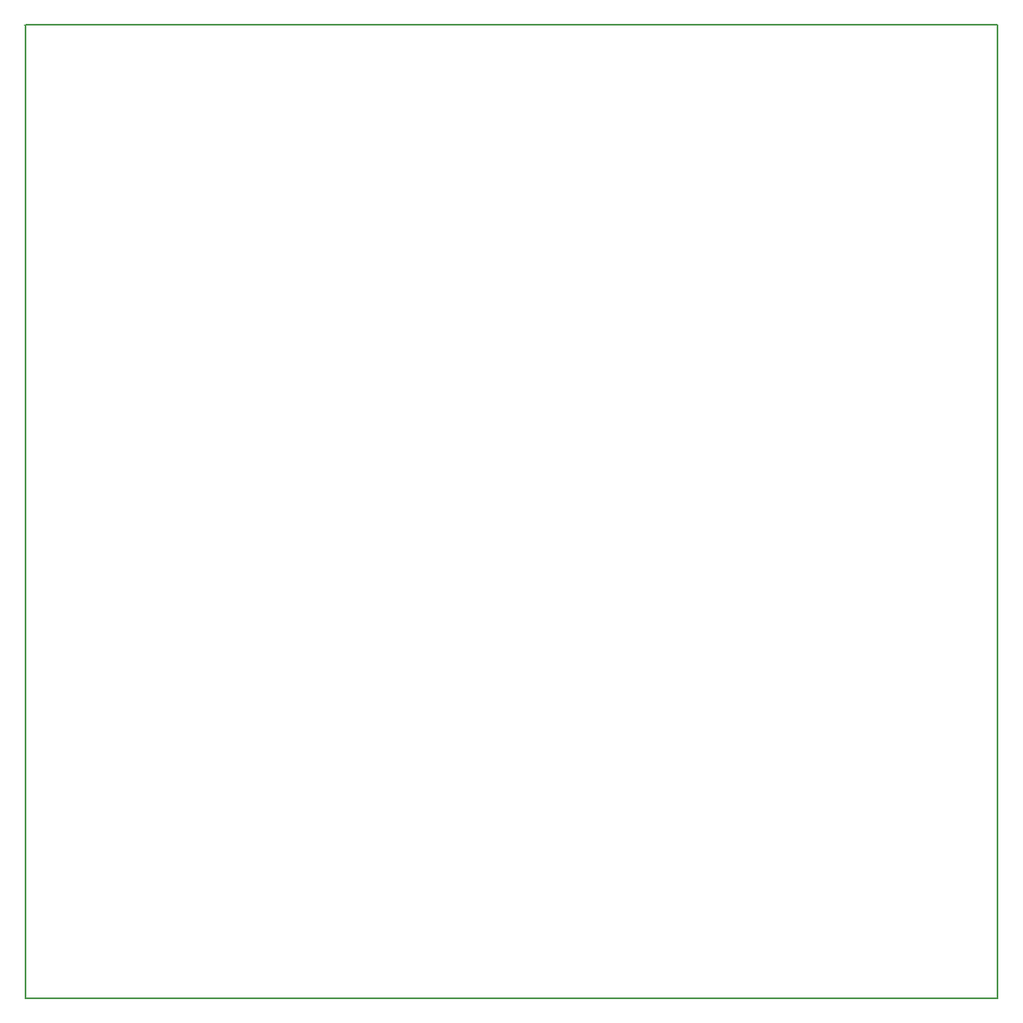
<source format=gbr>
G04 (created by PCBNEW (2013-mar-13)-testing) date wto, 15 kwi 2014, 21:51:24*
%MOIN*%
G04 Gerber Fmt 3.4, Leading zero omitted, Abs format*
%FSLAX34Y34*%
G01*
G70*
G90*
G04 APERTURE LIST*
%ADD10C,0.005906*%
G04 APERTURE END LIST*
G54D10*
X0Y0D02*
G75*
G03X0Y0I0J0D01*
G74*
G01*
X0Y0D02*
X0Y0D01*
X0Y0D02*
X0Y0D01*
X0Y0D02*
G75*
G03X0Y0I0J0D01*
G74*
G01*
X0Y0D02*
X0Y0D01*
X0Y0D02*
X0Y0D01*
X23Y-7D02*
X39393Y-7D01*
X39393Y-39377D02*
X39393Y-7D01*
X23Y-39377D02*
X39393Y-39377D01*
X23Y-7D02*
X23Y-39377D01*
X39000Y-7D02*
X1401Y-7D01*
M02*

</source>
